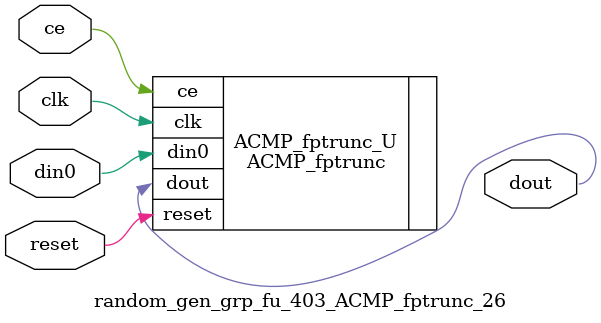
<source format=v>

`timescale 1 ns / 1 ps
module random_gen_grp_fu_403_ACMP_fptrunc_26(
    clk,
    reset,
    ce,
    din0,
    dout);

parameter ID = 32'd1;
parameter NUM_STAGE = 32'd1;
parameter din0_WIDTH = 32'd1;
parameter dout_WIDTH = 32'd1;
input clk;
input reset;
input ce;
input[din0_WIDTH - 1:0] din0;
output[dout_WIDTH - 1:0] dout;



ACMP_fptrunc #(
.ID( ID ),
.NUM_STAGE( 2 ),
.din0_WIDTH( din0_WIDTH ),
.dout_WIDTH( dout_WIDTH ))
ACMP_fptrunc_U(
    .clk( clk ),
    .reset( reset ),
    .ce( ce ),
    .din0( din0 ),
    .dout( dout ));

endmodule

</source>
